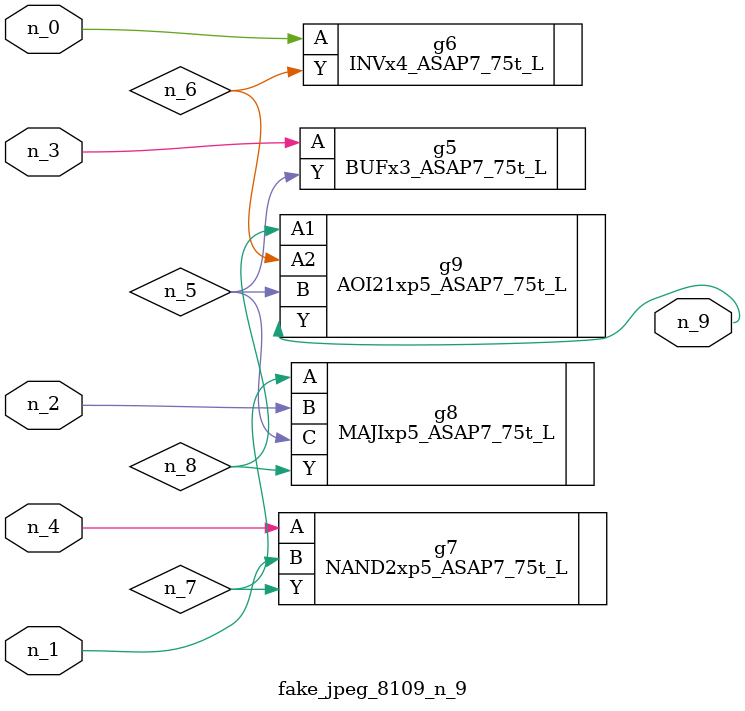
<source format=v>
module fake_jpeg_8109_n_9 (n_3, n_2, n_1, n_0, n_4, n_9);

input n_3;
input n_2;
input n_1;
input n_0;
input n_4;

output n_9;

wire n_8;
wire n_6;
wire n_5;
wire n_7;

BUFx3_ASAP7_75t_L g5 ( 
.A(n_3),
.Y(n_5)
);

INVx4_ASAP7_75t_L g6 ( 
.A(n_0),
.Y(n_6)
);

NAND2xp5_ASAP7_75t_L g7 ( 
.A(n_4),
.B(n_1),
.Y(n_7)
);

MAJIxp5_ASAP7_75t_L g8 ( 
.A(n_7),
.B(n_2),
.C(n_5),
.Y(n_8)
);

AOI21xp5_ASAP7_75t_L g9 ( 
.A1(n_8),
.A2(n_6),
.B(n_5),
.Y(n_9)
);


endmodule
</source>
